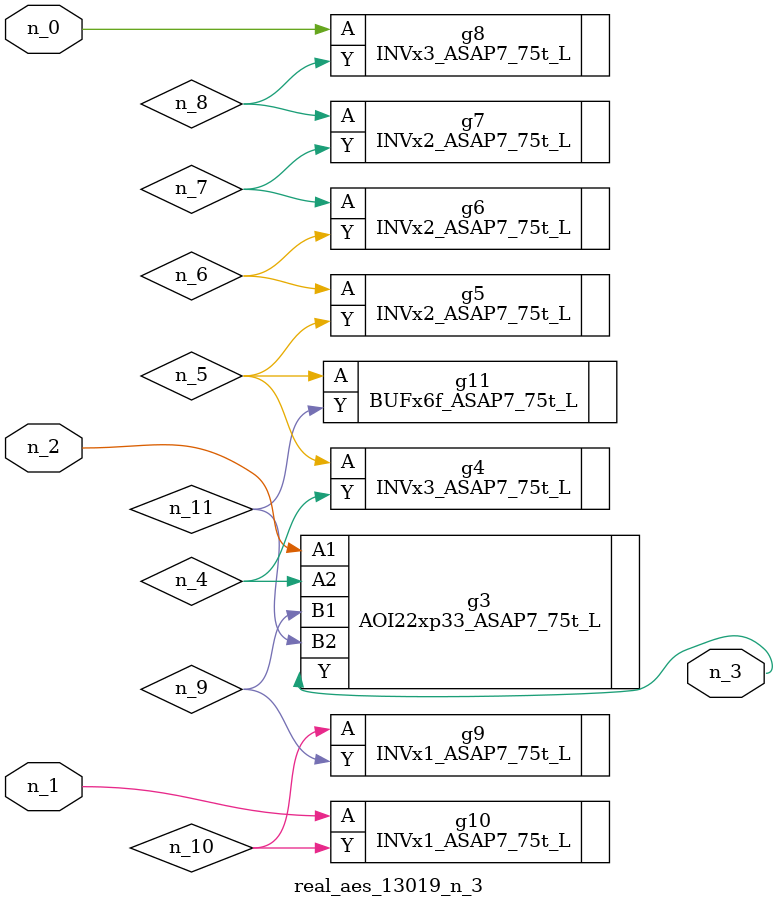
<source format=v>
module real_aes_13019_n_3 (n_0, n_2, n_1, n_3);
input n_0;
input n_2;
input n_1;
output n_3;
wire n_4;
wire n_5;
wire n_7;
wire n_9;
wire n_6;
wire n_8;
wire n_10;
wire n_11;
INVx3_ASAP7_75t_L g8 ( .A(n_0), .Y(n_8) );
INVx1_ASAP7_75t_L g10 ( .A(n_1), .Y(n_10) );
AOI22xp33_ASAP7_75t_L g3 ( .A1(n_2), .A2(n_4), .B1(n_9), .B2(n_11), .Y(n_3) );
INVx3_ASAP7_75t_L g4 ( .A(n_5), .Y(n_4) );
BUFx6f_ASAP7_75t_L g11 ( .A(n_5), .Y(n_11) );
INVx2_ASAP7_75t_L g5 ( .A(n_6), .Y(n_5) );
INVx2_ASAP7_75t_L g6 ( .A(n_7), .Y(n_6) );
INVx2_ASAP7_75t_L g7 ( .A(n_8), .Y(n_7) );
INVx1_ASAP7_75t_L g9 ( .A(n_10), .Y(n_9) );
endmodule
</source>
